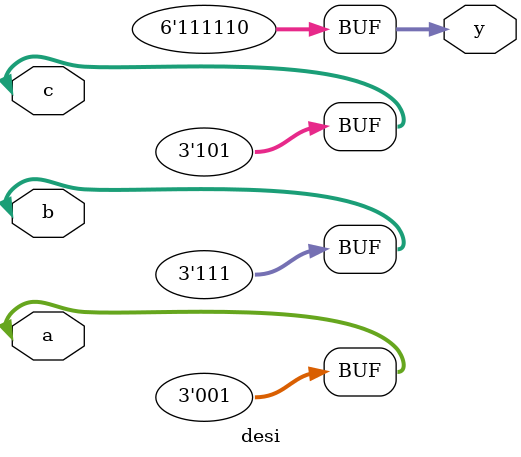
<source format=v>
module desi(
  input [2:0] a,b,c,
  output [5:0] y
  //output carry
       );
    
     assign y = {a, {4{b[0]}}, c[1]};
    
     assign a=1'b1;
     assign b=3'b111;
     assign c=3'b101;

   
    initial begin
    $monitor(" a=%b b=%b   %b %b  ",$realtime,a,b,c,y);
    end
    
endmodule


</source>
